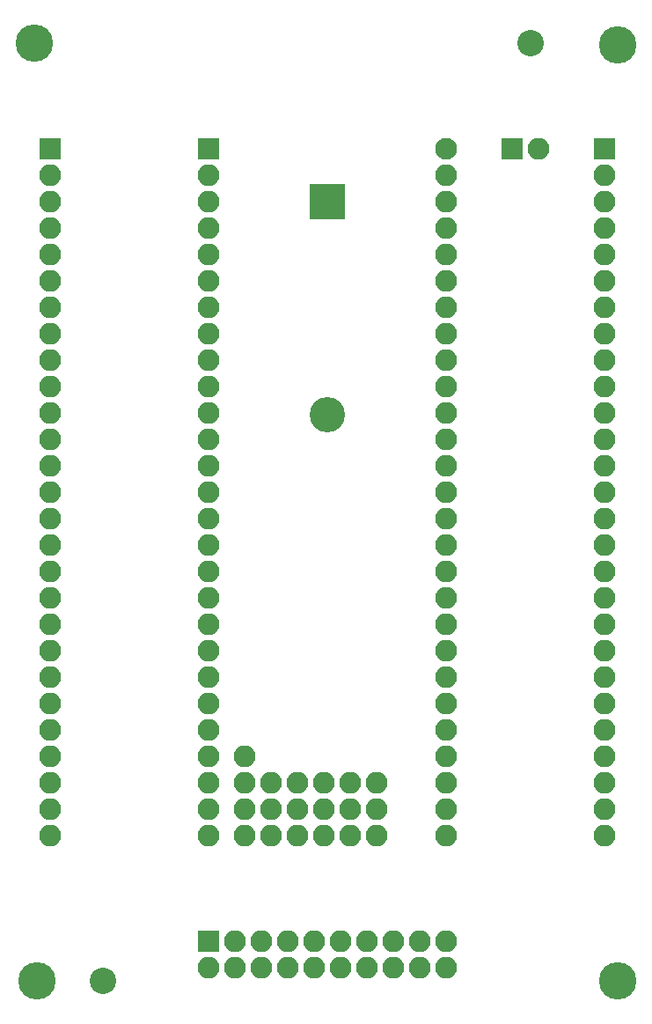
<source format=gbr>
G04 #@! TF.FileFunction,Soldermask,Bot*
%FSLAX46Y46*%
G04 Gerber Fmt 4.6, Leading zero omitted, Abs format (unit mm)*
G04 Created by KiCad (PCBNEW 4.0.7-e2-6376~58~ubuntu16.04.1) date Tue Oct 16 16:27:12 2018*
%MOMM*%
%LPD*%
G01*
G04 APERTURE LIST*
%ADD10C,0.100000*%
%ADD11C,3.600000*%
%ADD12C,2.540000*%
%ADD13C,2.100000*%
%ADD14O,2.100000X2.100000*%
%ADD15R,2.100000X2.100000*%
%ADD16C,3.400000*%
%ADD17R,3.400000X3.400000*%
G04 APERTURE END LIST*
D10*
D11*
X176022000Y-149606000D03*
X120142000Y-149606000D03*
X119888000Y-59436000D03*
D12*
X126492000Y-149606000D03*
D13*
X159512000Y-69596000D03*
D14*
X159512000Y-72136000D03*
X159512000Y-74676000D03*
X159512000Y-77216000D03*
X159512000Y-79756000D03*
X159512000Y-82296000D03*
X159512000Y-84836000D03*
X159512000Y-87376000D03*
X159512000Y-89916000D03*
X159512000Y-92456000D03*
X159512000Y-94996000D03*
X159512000Y-97536000D03*
X159512000Y-100076000D03*
X159512000Y-102616000D03*
X159512000Y-105156000D03*
X159512000Y-107696000D03*
X159512000Y-110236000D03*
X159512000Y-112776000D03*
X159512000Y-115316000D03*
X159512000Y-117856000D03*
X159512000Y-120396000D03*
X159512000Y-122936000D03*
X159512000Y-125476000D03*
X159512000Y-128016000D03*
X159512000Y-130556000D03*
X159512000Y-133096000D03*
X159512000Y-135596000D03*
X136652000Y-133096000D03*
X136652000Y-130556000D03*
X136652000Y-122936000D03*
X136652000Y-125476000D03*
X136652000Y-128016000D03*
X136652000Y-135636000D03*
X136652000Y-77216000D03*
X136652000Y-79756000D03*
X136652000Y-82296000D03*
X136652000Y-84836000D03*
X136652000Y-74676000D03*
D15*
X136652000Y-69596000D03*
D14*
X136652000Y-72136000D03*
X136652000Y-87376000D03*
X136652000Y-89916000D03*
X136652000Y-92456000D03*
X136652000Y-94996000D03*
X136652000Y-97536000D03*
X136652000Y-100076000D03*
X136652000Y-102616000D03*
X136652000Y-105156000D03*
X136652000Y-107696000D03*
X136652000Y-110236000D03*
X136652000Y-112776000D03*
X136652000Y-115316000D03*
X136652000Y-117856000D03*
X136652000Y-120396000D03*
X140152000Y-135636000D03*
X140152000Y-128016000D03*
X140152000Y-133096000D03*
X140152000Y-130556000D03*
X142692000Y-133096000D03*
X142692000Y-135636000D03*
X142692000Y-130556000D03*
X145232000Y-135636000D03*
X145232000Y-133096000D03*
X145232000Y-130556000D03*
X147772000Y-135636000D03*
X147772000Y-133096000D03*
X147772000Y-130556000D03*
X150312000Y-133096000D03*
X150312000Y-135636000D03*
X150312000Y-130556000D03*
X152852000Y-133096000D03*
X152852000Y-135636000D03*
X152852000Y-130556000D03*
D16*
X148082000Y-95166000D03*
D17*
X148082000Y-74676000D03*
D15*
X121412000Y-69596000D03*
D14*
X121412000Y-72136000D03*
X121412000Y-74676000D03*
X121412000Y-77216000D03*
X121412000Y-79756000D03*
X121412000Y-82296000D03*
X121412000Y-84836000D03*
X121412000Y-87376000D03*
X121412000Y-89916000D03*
X121412000Y-92456000D03*
X121412000Y-94996000D03*
X121412000Y-97536000D03*
X121412000Y-100076000D03*
X121412000Y-102616000D03*
X121412000Y-105156000D03*
X121412000Y-107696000D03*
X121412000Y-110236000D03*
X121412000Y-112776000D03*
X121412000Y-115316000D03*
X121412000Y-117856000D03*
X121412000Y-120396000D03*
X121412000Y-122936000D03*
X121412000Y-125476000D03*
X121412000Y-128016000D03*
X121412000Y-130556000D03*
X121412000Y-133096000D03*
X121412000Y-135636000D03*
D15*
X174752000Y-69596000D03*
D14*
X174752000Y-72136000D03*
X174752000Y-74676000D03*
X174752000Y-77216000D03*
X174752000Y-79756000D03*
X174752000Y-82296000D03*
X174752000Y-84836000D03*
X174752000Y-87376000D03*
X174752000Y-89916000D03*
X174752000Y-92456000D03*
X174752000Y-94996000D03*
X174752000Y-97536000D03*
X174752000Y-100076000D03*
X174752000Y-102616000D03*
X174752000Y-105156000D03*
X174752000Y-107696000D03*
X174752000Y-110236000D03*
X174752000Y-112776000D03*
X174752000Y-115316000D03*
X174752000Y-117856000D03*
X174752000Y-120396000D03*
X174752000Y-122936000D03*
X174752000Y-125476000D03*
X174752000Y-128016000D03*
X174752000Y-130556000D03*
X174752000Y-133096000D03*
X174752000Y-135636000D03*
D15*
X165862000Y-69596000D03*
D14*
X168402000Y-69596000D03*
D15*
X136652000Y-145796000D03*
D14*
X136652000Y-148336000D03*
X139192000Y-145796000D03*
X139192000Y-148336000D03*
X141732000Y-145796000D03*
X141732000Y-148336000D03*
X144272000Y-145796000D03*
X144272000Y-148336000D03*
X146812000Y-145796000D03*
X146812000Y-148336000D03*
X149352000Y-145796000D03*
X149352000Y-148336000D03*
X151892000Y-145796000D03*
X151892000Y-148336000D03*
X154432000Y-145796000D03*
X154432000Y-148336000D03*
X156972000Y-145796000D03*
X156972000Y-148336000D03*
X159512000Y-145796000D03*
X159512000Y-148336000D03*
D12*
X167640000Y-59436000D03*
D11*
X176022000Y-59563000D03*
M02*

</source>
